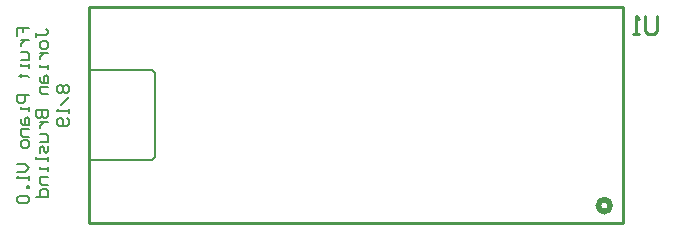
<source format=gbo>
G04 Layer_Color=13813960*
%FSLAX24Y24*%
%MOIN*%
G70*
G01*
G75*
%ADD10C,0.0059*%
%ADD33C,0.0100*%
%ADD729C,0.0200*%
D10*
X20350Y28050D02*
X22450D01*
X22550Y28150D01*
Y30950D01*
X22450Y31050D02*
X22550Y30950D01*
X20350Y31050D02*
X22450D01*
X19357Y30551D02*
X19291Y30486D01*
Y30354D01*
X19357Y30289D01*
X19423D01*
X19488Y30354D01*
X19554Y30289D01*
X19619D01*
X19685Y30354D01*
Y30486D01*
X19619Y30551D01*
X19554D01*
X19488Y30486D01*
X19423Y30551D01*
X19357D01*
X19488Y30486D02*
Y30354D01*
X19685Y30158D02*
X19423Y29895D01*
X19685Y29764D02*
Y29633D01*
Y29698D01*
X19291D01*
X19357Y29764D01*
X19619Y29436D02*
X19685Y29370D01*
Y29239D01*
X19619Y29174D01*
X19357D01*
X19291Y29239D01*
Y29370D01*
X19357Y29436D01*
X19423D01*
X19488Y29370D01*
Y29174D01*
X18583Y32139D02*
Y32270D01*
Y32205D01*
X18911D01*
X18976Y32270D01*
Y32336D01*
X18911Y32402D01*
X18976Y31942D02*
Y31811D01*
X18911Y31746D01*
X18780D01*
X18714Y31811D01*
Y31942D01*
X18780Y32008D01*
X18911D01*
X18976Y31942D01*
X18714Y31614D02*
X18976D01*
X18845D01*
X18780Y31549D01*
X18714Y31483D01*
Y31418D01*
X18976Y31221D02*
Y31090D01*
Y31155D01*
X18714D01*
Y31221D01*
Y30827D02*
Y30696D01*
X18780Y30630D01*
X18976D01*
Y30827D01*
X18911Y30893D01*
X18845Y30827D01*
Y30630D01*
X18976Y30499D02*
X18714D01*
Y30303D01*
X18780Y30237D01*
X18976D01*
X18583Y29712D02*
X18976D01*
Y29515D01*
X18911Y29450D01*
X18845D01*
X18780Y29515D01*
Y29712D01*
Y29515D01*
X18714Y29450D01*
X18648D01*
X18583Y29515D01*
Y29712D01*
X18714Y29319D02*
X18976D01*
X18845D01*
X18780Y29253D01*
X18714Y29187D01*
Y29122D01*
Y28925D02*
X18911D01*
X18976Y28859D01*
Y28663D01*
X18714D01*
X18976Y28531D02*
Y28335D01*
X18911Y28269D01*
X18845Y28335D01*
Y28466D01*
X18780Y28531D01*
X18714Y28466D01*
Y28269D01*
X18976Y28138D02*
Y28007D01*
Y28072D01*
X18583D01*
Y28138D01*
X18976Y27810D02*
Y27679D01*
Y27744D01*
X18714D01*
Y27810D01*
X18976Y27482D02*
X18714D01*
Y27285D01*
X18780Y27220D01*
X18976D01*
X18583Y26826D02*
X18976D01*
Y27023D01*
X18911Y27088D01*
X18780D01*
X18714Y27023D01*
Y26826D01*
X17953Y32179D02*
Y32441D01*
X18150D01*
Y32310D01*
Y32441D01*
X18346D01*
X18084Y32047D02*
X18346D01*
X18215D01*
X18150Y31982D01*
X18084Y31916D01*
Y31851D01*
Y31654D02*
X18281D01*
X18346Y31588D01*
Y31391D01*
X18084D01*
X18346Y31260D02*
Y31129D01*
Y31195D01*
X18084D01*
Y31260D01*
X18018Y30867D02*
X18084D01*
Y30932D01*
Y30801D01*
Y30867D01*
X18281D01*
X18346Y30801D01*
Y30211D02*
X17953D01*
Y30014D01*
X18018Y29948D01*
X18150D01*
X18215Y30014D01*
Y30211D01*
X18346Y29817D02*
Y29686D01*
Y29752D01*
X18084D01*
Y29817D01*
Y29424D02*
Y29292D01*
X18150Y29227D01*
X18346D01*
Y29424D01*
X18281Y29489D01*
X18215Y29424D01*
Y29227D01*
X18346Y29096D02*
X18084D01*
Y28899D01*
X18150Y28833D01*
X18346D01*
Y28636D02*
Y28505D01*
X18281Y28440D01*
X18150D01*
X18084Y28505D01*
Y28636D01*
X18150Y28702D01*
X18281D01*
X18346Y28636D01*
X17953Y27915D02*
X18215D01*
X18346Y27784D01*
X18215Y27652D01*
X17953D01*
X18346Y27521D02*
Y27390D01*
Y27456D01*
X17953D01*
X18018Y27521D01*
X18346Y27193D02*
X18281D01*
Y27128D01*
X18346D01*
Y27193D01*
X18018Y26865D02*
X17953Y26800D01*
Y26669D01*
X18018Y26603D01*
X18281D01*
X18346Y26669D01*
Y26800D01*
X18281Y26865D01*
X18018D01*
D33*
X20350Y25950D02*
Y33150D01*
X38150D01*
Y25950D02*
Y33150D01*
X20350Y25950D02*
X38150D01*
X39291Y32844D02*
Y32344D01*
X39191Y32244D01*
X38991D01*
X38891Y32344D01*
Y32844D01*
X38692Y32244D02*
X38492D01*
X38592D01*
Y32844D01*
X38692Y32744D01*
D729*
X37730Y26530D02*
G03*
X37730Y26530I-200J0D01*
G01*
M02*

</source>
